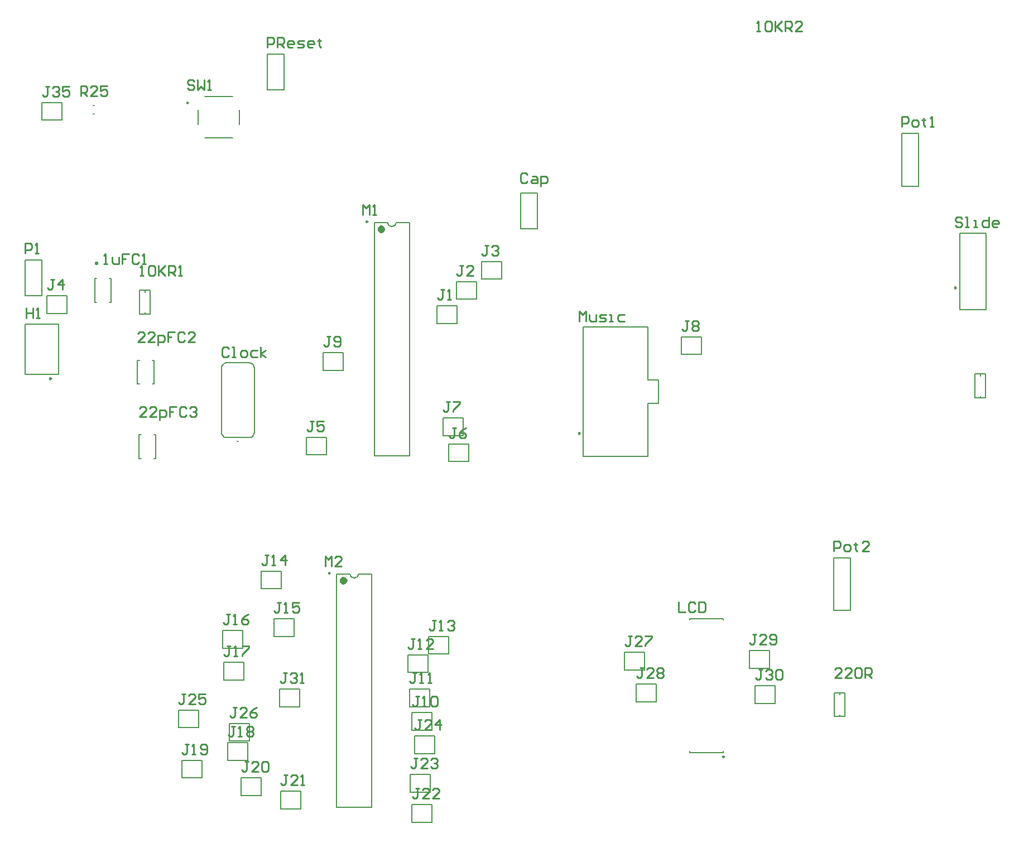
<source format=gto>
G04*
G04 #@! TF.GenerationSoftware,Altium Limited,Altium Designer,21.4.1 (30)*
G04*
G04 Layer_Color=65535*
%FSLAX25Y25*%
%MOIN*%
G70*
G04*
G04 #@! TF.SameCoordinates,DDA1B4C3-BA79-4B98-AE68-5F17814B577F*
G04*
G04*
G04 #@! TF.FilePolarity,Positive*
G04*
G01*
G75*
%ADD10C,0.00984*%
%ADD11C,0.00787*%
%ADD12C,0.02362*%
%ADD13C,0.00700*%
%ADD14C,0.01000*%
D10*
X139311Y434760D02*
X138573Y435186D01*
Y434334D01*
X139311Y434760D01*
X598059Y324158D02*
X597321Y324584D01*
Y323731D01*
X598059Y324158D01*
X373354Y237197D02*
X372616Y237623D01*
Y236771D01*
X373354Y237197D01*
X223992Y153618D02*
X223254Y154044D01*
Y153192D01*
X223992Y153618D01*
X246492Y363618D02*
X245754Y364044D01*
Y363192D01*
X246492Y363618D01*
X459492Y44000D02*
X458754Y44426D01*
Y43574D01*
X459492Y44000D01*
X57492Y269941D02*
X56754Y270367D01*
Y269515D01*
X57492Y269941D01*
D11*
X236000Y153185D02*
X236190Y152228D01*
X236732Y151417D01*
X237543Y150875D01*
X238500Y150685D01*
X239457Y150875D01*
X240268Y151417D01*
X240810Y152228D01*
X241000Y153185D01*
X258500Y363185D02*
X258690Y362228D01*
X259232Y361417D01*
X260043Y360875D01*
X261000Y360685D01*
X261957Y360875D01*
X262768Y361417D01*
X263310Y362228D01*
X263500Y363185D01*
X162406Y279236D02*
X161402Y279077D01*
X160496Y278616D01*
X159778Y277897D01*
X159317Y276992D01*
X159158Y275988D01*
X178842D02*
X178683Y276992D01*
X178222Y277897D01*
X177504Y278616D01*
X176598Y279077D01*
X175594Y279236D01*
X175594Y234551D02*
X176598Y234710D01*
X177504Y235172D01*
X178222Y235890D01*
X178683Y236795D01*
X178842Y237799D01*
X159158Y237799D02*
X159316Y236795D01*
X159778Y235890D01*
X160496Y235172D01*
X161402Y234710D01*
X162406Y234551D01*
X609350Y258413D02*
Y272587D01*
X615650D01*
Y258413D02*
Y272587D01*
X609350Y258413D02*
X615650D01*
X612500D02*
Y259496D01*
Y271504D02*
Y272587D01*
X51996Y424244D02*
Y434756D01*
Y424244D02*
X64004D01*
Y434756D01*
X51996D02*
X64004D01*
X82714Y428039D02*
X83286D01*
X82714Y432961D02*
X83286D01*
X149213Y438382D02*
X165787D01*
X169882Y421650D02*
Y430350D01*
X149213Y413618D02*
X165787D01*
X145118Y421650D02*
Y430350D01*
X600126Y311165D02*
Y356835D01*
X615874D01*
Y311165D02*
Y356835D01*
X600126Y311165D02*
X615874D01*
X186500Y463748D02*
X196500D01*
Y442252D02*
Y463748D01*
X186500Y442252D02*
X196500D01*
X186500D02*
Y463748D01*
X525000Y131252D02*
Y162748D01*
Y131252D02*
X535000D01*
Y162748D01*
X525000D02*
X535000D01*
X565500Y384752D02*
Y416248D01*
Y384752D02*
X575500D01*
Y416248D01*
X565500D02*
X575500D01*
X42000Y340748D02*
X52000D01*
Y319252D02*
Y340748D01*
X42000Y319252D02*
X52000D01*
X42000D02*
Y340748D01*
X414004Y254913D02*
X420303D01*
X414004Y223417D02*
Y254913D01*
Y269087D02*
Y300583D01*
Y269087D02*
X420303D01*
Y254913D02*
Y269087D01*
X375421Y223417D02*
X414004D01*
X375421Y300583D02*
X414004D01*
X375421Y223417D02*
Y300583D01*
X228067Y13815D02*
Y153185D01*
X248933Y13815D02*
Y153185D01*
X228067D02*
X236000D01*
X241000D02*
X248933D01*
X228067Y13815D02*
X248933D01*
X250567Y223815D02*
X271433D01*
X263500Y363185D02*
X271433D01*
X250567D02*
X258500D01*
X271433Y223815D02*
Y363185D01*
X250567Y223815D02*
Y363185D01*
X439000Y126500D02*
X459000D01*
Y125575D02*
Y126500D01*
X439000Y125575D02*
Y126500D01*
Y46500D02*
Y47425D01*
X459000Y46500D02*
Y47425D01*
X439000Y46500D02*
X459000D01*
X193996Y84256D02*
X206004D01*
Y73744D02*
Y84256D01*
X193996Y73744D02*
X206004D01*
X193996D02*
Y84256D01*
X477996Y86256D02*
X490004D01*
Y75744D02*
Y86256D01*
X477996Y75744D02*
X490004D01*
X477996D02*
Y86256D01*
X474496Y107256D02*
X486504D01*
Y96744D02*
Y107256D01*
X474496Y96744D02*
X486504D01*
X474496D02*
Y107256D01*
X406996Y87256D02*
X419004D01*
Y76744D02*
Y87256D01*
X406996Y76744D02*
X419004D01*
X406996D02*
Y87256D01*
X399996Y106256D02*
X412004D01*
Y95744D02*
Y106256D01*
X399996Y95744D02*
X412004D01*
X399996D02*
Y106256D01*
X163996Y63756D02*
X176004D01*
Y53244D02*
Y63756D01*
X163996Y53244D02*
X176004D01*
X163996D02*
Y63756D01*
X133496Y71756D02*
X145504D01*
Y61244D02*
Y71756D01*
X133496Y61244D02*
X145504D01*
X133496D02*
Y71756D01*
X274496Y56256D02*
X286504D01*
Y45744D02*
Y56256D01*
X274496Y45744D02*
X286504D01*
X274496D02*
Y56256D01*
X271996Y33256D02*
X284004D01*
Y22744D02*
Y33256D01*
X271996Y22744D02*
X284004D01*
X271996D02*
Y33256D01*
X272996Y15256D02*
X285004D01*
Y4744D02*
Y15256D01*
X272996Y4744D02*
X285004D01*
X272996D02*
Y15256D01*
X194496Y23256D02*
X206504D01*
Y12744D02*
Y23256D01*
X194496Y12744D02*
X206504D01*
X194496D02*
Y23256D01*
X170996Y31256D02*
X183004D01*
Y20744D02*
Y31256D01*
X170996Y20744D02*
X183004D01*
X170996D02*
Y31256D01*
X135496Y41756D02*
X147504D01*
Y31244D02*
Y41756D01*
X135496Y31244D02*
X147504D01*
X135496D02*
Y41756D01*
X162996Y52256D02*
X175004D01*
Y41744D02*
Y52256D01*
X162996Y41744D02*
X175004D01*
X162996D02*
Y52256D01*
X160496Y100256D02*
X172504D01*
Y89744D02*
Y100256D01*
X160496Y89744D02*
X172504D01*
X160496D02*
Y100256D01*
X159996Y119256D02*
X172004D01*
Y108744D02*
Y119256D01*
X159996Y108744D02*
X172004D01*
X159996D02*
Y119256D01*
X190496Y126256D02*
X202504D01*
Y115744D02*
Y126256D01*
X190496Y115744D02*
X202504D01*
X190496D02*
Y126256D01*
X182996Y154756D02*
X195004D01*
Y144244D02*
Y154756D01*
X182996Y144244D02*
X195004D01*
X182996D02*
Y154756D01*
X282996Y115756D02*
X295004D01*
Y105244D02*
Y115756D01*
X282996Y105244D02*
X295004D01*
X282996D02*
Y115756D01*
X270496Y104756D02*
X282504D01*
Y94244D02*
Y104756D01*
X270496Y94244D02*
X282504D01*
X270496D02*
Y104756D01*
X271496Y84256D02*
X283504D01*
Y73744D02*
Y84256D01*
X271496Y73744D02*
X283504D01*
X271496D02*
Y84256D01*
X272996Y70256D02*
X285004D01*
Y59744D02*
Y70256D01*
X272996Y59744D02*
X285004D01*
X272996D02*
Y70256D01*
X219996Y285256D02*
X232004D01*
Y274744D02*
Y285256D01*
X219996Y274744D02*
X232004D01*
X219996D02*
Y285256D01*
X433996Y294756D02*
X446004D01*
Y284244D02*
Y294756D01*
X433996Y284244D02*
X446004D01*
X433996D02*
Y294756D01*
X291496Y246256D02*
X303504D01*
Y235744D02*
Y246256D01*
X291496Y235744D02*
X303504D01*
X291496D02*
Y246256D01*
X294996Y230756D02*
X307004D01*
Y220244D02*
Y230756D01*
X294996Y220244D02*
X307004D01*
X294996D02*
Y230756D01*
X209996Y234756D02*
X222004D01*
Y224244D02*
Y234756D01*
X209996Y224244D02*
X222004D01*
X209996D02*
Y234756D01*
X54996Y319256D02*
X67004D01*
Y308744D02*
Y319256D01*
X54996Y308744D02*
X67004D01*
X54996D02*
Y319256D01*
X314496Y339756D02*
X326504D01*
Y329244D02*
Y339756D01*
X314496Y329244D02*
X326504D01*
X314496D02*
Y339756D01*
X299496Y327756D02*
X311504D01*
Y317244D02*
Y327756D01*
X299496Y317244D02*
X311504D01*
X299496D02*
Y327756D01*
X287996Y313256D02*
X300004D01*
Y302744D02*
Y313256D01*
X287996Y302744D02*
X300004D01*
X287996D02*
Y313256D01*
X42000Y302500D02*
X62000D01*
Y272500D02*
Y302500D01*
X42000Y272500D02*
X62000D01*
X42000D02*
Y302500D01*
X162406Y279236D02*
X175594D01*
X178842Y237799D02*
Y275988D01*
X159158Y237799D02*
Y275988D01*
X162406Y234551D02*
X175594D01*
X338000Y359252D02*
X348000D01*
X338000D02*
Y380748D01*
X348000D01*
Y359252D02*
Y380748D01*
X525350Y67913D02*
Y82087D01*
X531650D01*
Y67913D02*
Y82087D01*
X525350Y67913D02*
X531650D01*
X528500D02*
Y68996D01*
Y81004D02*
Y82087D01*
X110079Y222071D02*
Y236244D01*
X118839D02*
X119921D01*
X110079D02*
X111161D01*
X119921Y222071D02*
Y236244D01*
X118839Y222071D02*
X119921D01*
X110079D02*
X111161D01*
X109079Y266571D02*
Y280744D01*
X117839D02*
X118921D01*
X109079D02*
X110161D01*
X118921Y266571D02*
Y280744D01*
X117839Y266571D02*
X118921D01*
X109079D02*
X110161D01*
X110350Y308413D02*
Y322587D01*
X116650D01*
Y308413D02*
Y322587D01*
X110350Y308413D02*
X116650D01*
X113500D02*
Y309496D01*
Y321504D02*
Y322587D01*
X83579Y315413D02*
Y329587D01*
X92339D02*
X93421D01*
X83579D02*
X84661D01*
X93421Y315413D02*
Y329587D01*
X92339Y315413D02*
X93421D01*
X83579D02*
X84661D01*
D12*
X233185Y149248D02*
X232740Y150171D01*
X231741Y150399D01*
X230940Y149760D01*
Y148736D01*
X231741Y148097D01*
X232740Y148325D01*
X233185Y149248D01*
X255685Y359248D02*
X255240Y360172D01*
X254241Y360400D01*
X253440Y359760D01*
Y358736D01*
X254241Y358097D01*
X255240Y358325D01*
X255685Y359248D01*
D13*
X169350Y232276D02*
X168650D01*
X169350D01*
D14*
X75100Y438800D02*
Y444798D01*
X78099D01*
X79099Y443798D01*
Y441799D01*
X78099Y440799D01*
X75100D01*
X77099D02*
X79099Y438800D01*
X85097D02*
X81098D01*
X85097Y442799D01*
Y443798D01*
X84097Y444798D01*
X82098D01*
X81098Y443798D01*
X91095Y444798D02*
X87096D01*
Y441799D01*
X89095Y442799D01*
X90095D01*
X91095Y441799D01*
Y439800D01*
X90095Y438800D01*
X88096D01*
X87096Y439800D01*
X56199Y444498D02*
X54199D01*
X55199D01*
Y439500D01*
X54199Y438500D01*
X53200D01*
X52200Y439500D01*
X58198Y443498D02*
X59198Y444498D01*
X61197D01*
X62197Y443498D01*
Y442499D01*
X61197Y441499D01*
X60197D01*
X61197D01*
X62197Y440499D01*
Y439500D01*
X61197Y438500D01*
X59198D01*
X58198Y439500D01*
X68195Y444498D02*
X64196D01*
Y441499D01*
X66195Y442499D01*
X67195D01*
X68195Y441499D01*
Y439500D01*
X67195Y438500D01*
X65196D01*
X64196Y439500D01*
X142799Y447198D02*
X141799Y448198D01*
X139800D01*
X138800Y447198D01*
Y446199D01*
X139800Y445199D01*
X141799D01*
X142799Y444199D01*
Y443200D01*
X141799Y442200D01*
X139800D01*
X138800Y443200D01*
X144798Y448198D02*
Y442200D01*
X146797Y444199D01*
X148797Y442200D01*
Y448198D01*
X150796Y442200D02*
X152796D01*
X151796D01*
Y448198D01*
X150796Y447198D01*
X601599Y365298D02*
X600599Y366298D01*
X598600D01*
X597600Y365298D01*
Y364299D01*
X598600Y363299D01*
X600599D01*
X601599Y362299D01*
Y361300D01*
X600599Y360300D01*
X598600D01*
X597600Y361300D01*
X603598Y360300D02*
X605597D01*
X604598D01*
Y366298D01*
X603598D01*
X608596Y360300D02*
X610596D01*
X609596D01*
Y364299D01*
X608596D01*
X617593Y366298D02*
Y360300D01*
X614595D01*
X613595Y361300D01*
Y363299D01*
X614595Y364299D01*
X617593D01*
X622592Y360300D02*
X620593D01*
X619593Y361300D01*
Y363299D01*
X620593Y364299D01*
X622592D01*
X623592Y363299D01*
Y362299D01*
X619593D01*
X186500Y467700D02*
Y473698D01*
X189499D01*
X190499Y472698D01*
Y470699D01*
X189499Y469699D01*
X186500D01*
X192498Y467700D02*
Y473698D01*
X195497D01*
X196497Y472698D01*
Y470699D01*
X195497Y469699D01*
X192498D01*
X194497D02*
X196497Y467700D01*
X201495D02*
X199496D01*
X198496Y468700D01*
Y470699D01*
X199496Y471699D01*
X201495D01*
X202495Y470699D01*
Y469699D01*
X198496D01*
X204494Y467700D02*
X207493D01*
X208493Y468700D01*
X207493Y469699D01*
X205494D01*
X204494Y470699D01*
X205494Y471699D01*
X208493D01*
X213491Y467700D02*
X211492D01*
X210492Y468700D01*
Y470699D01*
X211492Y471699D01*
X213491D01*
X214491Y470699D01*
Y469699D01*
X210492D01*
X217490Y472698D02*
Y471699D01*
X216490D01*
X218490D01*
X217490D01*
Y468700D01*
X218490Y467700D01*
X525000Y166700D02*
Y172698D01*
X527999D01*
X528999Y171698D01*
Y169699D01*
X527999Y168699D01*
X525000D01*
X531998Y166700D02*
X533997D01*
X534997Y167700D01*
Y169699D01*
X533997Y170699D01*
X531998D01*
X530998Y169699D01*
Y167700D01*
X531998Y166700D01*
X537996Y171698D02*
Y170699D01*
X536996D01*
X538996D01*
X537996D01*
Y167700D01*
X538996Y166700D01*
X545993D02*
X541994D01*
X545993Y170699D01*
Y171698D01*
X544993Y172698D01*
X542994D01*
X541994Y171698D01*
X565500Y420200D02*
Y426198D01*
X568499D01*
X569499Y425198D01*
Y423199D01*
X568499Y422199D01*
X565500D01*
X572498Y420200D02*
X574497D01*
X575497Y421200D01*
Y423199D01*
X574497Y424199D01*
X572498D01*
X571498Y423199D01*
Y421200D01*
X572498Y420200D01*
X578496Y425198D02*
Y424199D01*
X577496D01*
X579495D01*
X578496D01*
Y421200D01*
X579495Y420200D01*
X582494D02*
X584494D01*
X583494D01*
Y426198D01*
X582494Y425198D01*
X42000Y344700D02*
Y350698D01*
X44999D01*
X45999Y349698D01*
Y347699D01*
X44999Y346699D01*
X42000D01*
X47998Y344700D02*
X49997D01*
X48998D01*
Y350698D01*
X47998Y349698D01*
X372900Y304100D02*
Y310098D01*
X374899Y308099D01*
X376899Y310098D01*
Y304100D01*
X378898Y308099D02*
Y305100D01*
X379898Y304100D01*
X382897D01*
Y308099D01*
X384896Y304100D02*
X387895D01*
X388895Y305100D01*
X387895Y306099D01*
X385896D01*
X384896Y307099D01*
X385896Y308099D01*
X388895D01*
X390894Y304100D02*
X392894D01*
X391894D01*
Y308099D01*
X390894D01*
X399891D02*
X396892D01*
X395893Y307099D01*
Y305100D01*
X396892Y304100D01*
X399891D01*
X221100Y157600D02*
Y163598D01*
X223099Y161599D01*
X225099Y163598D01*
Y157600D01*
X231097D02*
X227098D01*
X231097Y161599D01*
Y162598D01*
X230097Y163598D01*
X228098D01*
X227098Y162598D01*
X243600Y367600D02*
Y373598D01*
X245599Y371599D01*
X247599Y373598D01*
Y367600D01*
X249598D02*
X251597D01*
X250598D01*
Y373598D01*
X249598Y372598D01*
X432400Y136498D02*
Y130500D01*
X436399D01*
X442397Y135498D02*
X441397Y136498D01*
X439398D01*
X438398Y135498D01*
Y131500D01*
X439398Y130500D01*
X441397D01*
X442397Y131500D01*
X444396Y136498D02*
Y130500D01*
X447395D01*
X448395Y131500D01*
Y135498D01*
X447395Y136498D01*
X444396D01*
X198199Y93998D02*
X196199D01*
X197199D01*
Y89000D01*
X196199Y88000D01*
X195200D01*
X194200Y89000D01*
X200198Y92998D02*
X201198Y93998D01*
X203197D01*
X204197Y92998D01*
Y91999D01*
X203197Y90999D01*
X202197D01*
X203197D01*
X204197Y89999D01*
Y89000D01*
X203197Y88000D01*
X201198D01*
X200198Y89000D01*
X206196Y88000D02*
X208195D01*
X207196D01*
Y93998D01*
X206196Y92998D01*
X482199Y95998D02*
X480199D01*
X481199D01*
Y91000D01*
X480199Y90000D01*
X479200D01*
X478200Y91000D01*
X484198Y94998D02*
X485198Y95998D01*
X487197D01*
X488197Y94998D01*
Y93999D01*
X487197Y92999D01*
X486197D01*
X487197D01*
X488197Y91999D01*
Y91000D01*
X487197Y90000D01*
X485198D01*
X484198Y91000D01*
X490196Y94998D02*
X491196Y95998D01*
X493195D01*
X494195Y94998D01*
Y91000D01*
X493195Y90000D01*
X491196D01*
X490196Y91000D01*
Y94998D01*
X478699Y116998D02*
X476699D01*
X477699D01*
Y112000D01*
X476699Y111000D01*
X475700D01*
X474700Y112000D01*
X484697Y111000D02*
X480698D01*
X484697Y114999D01*
Y115998D01*
X483697Y116998D01*
X481698D01*
X480698Y115998D01*
X486696Y112000D02*
X487696Y111000D01*
X489695D01*
X490695Y112000D01*
Y115998D01*
X489695Y116998D01*
X487696D01*
X486696Y115998D01*
Y114999D01*
X487696Y113999D01*
X490695D01*
X411199Y96998D02*
X409199D01*
X410199D01*
Y92000D01*
X409199Y91000D01*
X408200D01*
X407200Y92000D01*
X417197Y91000D02*
X413198D01*
X417197Y94999D01*
Y95998D01*
X416197Y96998D01*
X414198D01*
X413198Y95998D01*
X419196D02*
X420196Y96998D01*
X422195D01*
X423195Y95998D01*
Y94999D01*
X422195Y93999D01*
X423195Y92999D01*
Y92000D01*
X422195Y91000D01*
X420196D01*
X419196Y92000D01*
Y92999D01*
X420196Y93999D01*
X419196Y94999D01*
Y95998D01*
X420196Y93999D02*
X422195D01*
X404199Y115998D02*
X402199D01*
X403199D01*
Y111000D01*
X402199Y110000D01*
X401200D01*
X400200Y111000D01*
X410197Y110000D02*
X406198D01*
X410197Y113999D01*
Y114998D01*
X409197Y115998D01*
X407198D01*
X406198Y114998D01*
X412196Y115998D02*
X416195D01*
Y114998D01*
X412196Y111000D01*
Y110000D01*
X168199Y73498D02*
X166199D01*
X167199D01*
Y68500D01*
X166199Y67500D01*
X165200D01*
X164200Y68500D01*
X174197Y67500D02*
X170198D01*
X174197Y71499D01*
Y72498D01*
X173197Y73498D01*
X171198D01*
X170198Y72498D01*
X180195Y73498D02*
X178196Y72498D01*
X176196Y70499D01*
Y68500D01*
X177196Y67500D01*
X179195D01*
X180195Y68500D01*
Y69499D01*
X179195Y70499D01*
X176196D01*
X137699Y81498D02*
X135699D01*
X136699D01*
Y76500D01*
X135699Y75500D01*
X134700D01*
X133700Y76500D01*
X143697Y75500D02*
X139698D01*
X143697Y79499D01*
Y80498D01*
X142697Y81498D01*
X140698D01*
X139698Y80498D01*
X149695Y81498D02*
X145696D01*
Y78499D01*
X147696Y79499D01*
X148695D01*
X149695Y78499D01*
Y76500D01*
X148695Y75500D01*
X146696D01*
X145696Y76500D01*
X278699Y65998D02*
X276699D01*
X277699D01*
Y61000D01*
X276699Y60000D01*
X275700D01*
X274700Y61000D01*
X284697Y60000D02*
X280698D01*
X284697Y63999D01*
Y64998D01*
X283697Y65998D01*
X281698D01*
X280698Y64998D01*
X289695Y60000D02*
Y65998D01*
X286696Y62999D01*
X290695D01*
X276199Y42998D02*
X274199D01*
X275199D01*
Y38000D01*
X274199Y37000D01*
X273200D01*
X272200Y38000D01*
X282197Y37000D02*
X278198D01*
X282197Y40999D01*
Y41998D01*
X281197Y42998D01*
X279198D01*
X278198Y41998D01*
X284196D02*
X285196Y42998D01*
X287195D01*
X288195Y41998D01*
Y40999D01*
X287195Y39999D01*
X286195D01*
X287195D01*
X288195Y38999D01*
Y38000D01*
X287195Y37000D01*
X285196D01*
X284196Y38000D01*
X277199Y24998D02*
X275199D01*
X276199D01*
Y20000D01*
X275199Y19000D01*
X274200D01*
X273200Y20000D01*
X283197Y19000D02*
X279198D01*
X283197Y22999D01*
Y23998D01*
X282197Y24998D01*
X280198D01*
X279198Y23998D01*
X289195Y19000D02*
X285196D01*
X289195Y22999D01*
Y23998D01*
X288195Y24998D01*
X286196D01*
X285196Y23998D01*
X198699Y32998D02*
X196699D01*
X197699D01*
Y28000D01*
X196699Y27000D01*
X195700D01*
X194700Y28000D01*
X204697Y27000D02*
X200698D01*
X204697Y30999D01*
Y31998D01*
X203697Y32998D01*
X201698D01*
X200698Y31998D01*
X206696Y27000D02*
X208696D01*
X207696D01*
Y32998D01*
X206696Y31998D01*
X175199Y40998D02*
X173199D01*
X174199D01*
Y36000D01*
X173199Y35000D01*
X172200D01*
X171200Y36000D01*
X181197Y35000D02*
X177198D01*
X181197Y38999D01*
Y39998D01*
X180197Y40998D01*
X178198D01*
X177198Y39998D01*
X183196D02*
X184196Y40998D01*
X186195D01*
X187195Y39998D01*
Y36000D01*
X186195Y35000D01*
X184196D01*
X183196Y36000D01*
Y39998D01*
X139699Y51498D02*
X137699D01*
X138699D01*
Y46500D01*
X137699Y45500D01*
X136700D01*
X135700Y46500D01*
X141698Y45500D02*
X143697D01*
X142698D01*
Y51498D01*
X141698Y50498D01*
X146696Y46500D02*
X147696Y45500D01*
X149696D01*
X150695Y46500D01*
Y50498D01*
X149696Y51498D01*
X147696D01*
X146696Y50498D01*
Y49499D01*
X147696Y48499D01*
X150695D01*
X167199Y61998D02*
X165199D01*
X166199D01*
Y57000D01*
X165199Y56000D01*
X164200D01*
X163200Y57000D01*
X169198Y56000D02*
X171197D01*
X170198D01*
Y61998D01*
X169198Y60998D01*
X174196D02*
X175196Y61998D01*
X177196D01*
X178195Y60998D01*
Y59999D01*
X177196Y58999D01*
X178195Y57999D01*
Y57000D01*
X177196Y56000D01*
X175196D01*
X174196Y57000D01*
Y57999D01*
X175196Y58999D01*
X174196Y59999D01*
Y60998D01*
X175196Y58999D02*
X177196D01*
X164699Y109998D02*
X162699D01*
X163699D01*
Y105000D01*
X162699Y104000D01*
X161700D01*
X160700Y105000D01*
X166698Y104000D02*
X168697D01*
X167698D01*
Y109998D01*
X166698Y108998D01*
X171696Y109998D02*
X175695D01*
Y108998D01*
X171696Y105000D01*
Y104000D01*
X164199Y128998D02*
X162199D01*
X163199D01*
Y124000D01*
X162199Y123000D01*
X161200D01*
X160200Y124000D01*
X166198Y123000D02*
X168197D01*
X167198D01*
Y128998D01*
X166198Y127998D01*
X175195Y128998D02*
X173196Y127998D01*
X171196Y125999D01*
Y124000D01*
X172196Y123000D01*
X174196D01*
X175195Y124000D01*
Y124999D01*
X174196Y125999D01*
X171196D01*
X194699Y135998D02*
X192699D01*
X193699D01*
Y131000D01*
X192699Y130000D01*
X191700D01*
X190700Y131000D01*
X196698Y130000D02*
X198697D01*
X197698D01*
Y135998D01*
X196698Y134998D01*
X205695Y135998D02*
X201696D01*
Y132999D01*
X203696Y133999D01*
X204696D01*
X205695Y132999D01*
Y131000D01*
X204696Y130000D01*
X202696D01*
X201696Y131000D01*
X187199Y164498D02*
X185199D01*
X186199D01*
Y159500D01*
X185199Y158500D01*
X184200D01*
X183200Y159500D01*
X189198Y158500D02*
X191197D01*
X190198D01*
Y164498D01*
X189198Y163498D01*
X197195Y158500D02*
Y164498D01*
X194196Y161499D01*
X198195D01*
X287199Y125498D02*
X285199D01*
X286199D01*
Y120500D01*
X285199Y119500D01*
X284200D01*
X283200Y120500D01*
X289198Y119500D02*
X291197D01*
X290198D01*
Y125498D01*
X289198Y124498D01*
X294196D02*
X295196Y125498D01*
X297196D01*
X298195Y124498D01*
Y123499D01*
X297196Y122499D01*
X296196D01*
X297196D01*
X298195Y121499D01*
Y120500D01*
X297196Y119500D01*
X295196D01*
X294196Y120500D01*
X274699Y114498D02*
X272699D01*
X273699D01*
Y109500D01*
X272699Y108500D01*
X271700D01*
X270700Y109500D01*
X276698Y108500D02*
X278697D01*
X277698D01*
Y114498D01*
X276698Y113498D01*
X285695Y108500D02*
X281696D01*
X285695Y112499D01*
Y113498D01*
X284696Y114498D01*
X282696D01*
X281696Y113498D01*
X275699Y93998D02*
X273699D01*
X274699D01*
Y89000D01*
X273699Y88000D01*
X272700D01*
X271700Y89000D01*
X277698Y88000D02*
X279697D01*
X278698D01*
Y93998D01*
X277698Y92998D01*
X282696Y88000D02*
X284696D01*
X283696D01*
Y93998D01*
X282696Y92998D01*
X277199Y79998D02*
X275199D01*
X276199D01*
Y75000D01*
X275199Y74000D01*
X274200D01*
X273200Y75000D01*
X279198Y74000D02*
X281197D01*
X280198D01*
Y79998D01*
X279198Y78998D01*
X284196D02*
X285196Y79998D01*
X287195D01*
X288195Y78998D01*
Y75000D01*
X287195Y74000D01*
X285196D01*
X284196Y75000D01*
Y78998D01*
X224199Y294998D02*
X222199D01*
X223199D01*
Y290000D01*
X222199Y289000D01*
X221200D01*
X220200Y290000D01*
X226198D02*
X227198Y289000D01*
X229197D01*
X230197Y290000D01*
Y293998D01*
X229197Y294998D01*
X227198D01*
X226198Y293998D01*
Y292999D01*
X227198Y291999D01*
X230197D01*
X438199Y304498D02*
X436199D01*
X437199D01*
Y299500D01*
X436199Y298500D01*
X435200D01*
X434200Y299500D01*
X440198Y303498D02*
X441198Y304498D01*
X443197D01*
X444197Y303498D01*
Y302499D01*
X443197Y301499D01*
X444197Y300499D01*
Y299500D01*
X443197Y298500D01*
X441198D01*
X440198Y299500D01*
Y300499D01*
X441198Y301499D01*
X440198Y302499D01*
Y303498D01*
X441198Y301499D02*
X443197D01*
X295699Y255998D02*
X293699D01*
X294699D01*
Y251000D01*
X293699Y250000D01*
X292700D01*
X291700Y251000D01*
X297698Y255998D02*
X301697D01*
Y254998D01*
X297698Y251000D01*
Y250000D01*
X299199Y240498D02*
X297199D01*
X298199D01*
Y235500D01*
X297199Y234500D01*
X296200D01*
X295200Y235500D01*
X305197Y240498D02*
X303197Y239498D01*
X301198Y237499D01*
Y235500D01*
X302198Y234500D01*
X304197D01*
X305197Y235500D01*
Y236499D01*
X304197Y237499D01*
X301198D01*
X214199Y244498D02*
X212199D01*
X213199D01*
Y239500D01*
X212199Y238500D01*
X211200D01*
X210200Y239500D01*
X220197Y244498D02*
X216198D01*
Y241499D01*
X218197Y242499D01*
X219197D01*
X220197Y241499D01*
Y239500D01*
X219197Y238500D01*
X217198D01*
X216198Y239500D01*
X59199Y328998D02*
X57199D01*
X58199D01*
Y324000D01*
X57199Y323000D01*
X56200D01*
X55200Y324000D01*
X64197Y323000D02*
Y328998D01*
X61198Y325999D01*
X65197D01*
X318699Y349498D02*
X316699D01*
X317699D01*
Y344500D01*
X316699Y343500D01*
X315700D01*
X314700Y344500D01*
X320698Y348498D02*
X321698Y349498D01*
X323697D01*
X324697Y348498D01*
Y347499D01*
X323697Y346499D01*
X322697D01*
X323697D01*
X324697Y345499D01*
Y344500D01*
X323697Y343500D01*
X321698D01*
X320698Y344500D01*
X303699Y337498D02*
X301699D01*
X302699D01*
Y332500D01*
X301699Y331500D01*
X300700D01*
X299700Y332500D01*
X309697Y331500D02*
X305698D01*
X309697Y335499D01*
Y336498D01*
X308697Y337498D01*
X306698D01*
X305698Y336498D01*
X292199Y322998D02*
X290199D01*
X291199D01*
Y318000D01*
X290199Y317000D01*
X289200D01*
X288200Y318000D01*
X294198Y317000D02*
X296197D01*
X295198D01*
Y322998D01*
X294198Y321998D01*
X42500Y311998D02*
Y306000D01*
Y308999D01*
X46499D01*
Y311998D01*
Y306000D01*
X48498D02*
X50497D01*
X49498D01*
Y311998D01*
X48498Y310998D01*
X163699Y287698D02*
X162699Y288698D01*
X160700D01*
X159700Y287698D01*
Y283700D01*
X160700Y282700D01*
X162699D01*
X163699Y283700D01*
X165698Y282700D02*
X167697D01*
X166698D01*
Y288698D01*
X165698D01*
X171696Y282700D02*
X173696D01*
X174695Y283700D01*
Y285699D01*
X173696Y286699D01*
X171696D01*
X170696Y285699D01*
Y283700D01*
X171696Y282700D01*
X180693Y286699D02*
X177694D01*
X176695Y285699D01*
Y283700D01*
X177694Y282700D01*
X180693D01*
X182693D02*
Y288698D01*
Y284699D02*
X185692Y286699D01*
X182693Y284699D02*
X185692Y282700D01*
X341999Y391698D02*
X340999Y392698D01*
X339000D01*
X338000Y391698D01*
Y387700D01*
X339000Y386700D01*
X340999D01*
X341999Y387700D01*
X344998Y390699D02*
X346997D01*
X347997Y389699D01*
Y386700D01*
X344998D01*
X343998Y387700D01*
X344998Y388699D01*
X347997D01*
X349996Y384701D02*
Y390699D01*
X352995D01*
X353995Y389699D01*
Y387700D01*
X352995Y386700D01*
X349996D01*
X529599Y90900D02*
X525600D01*
X529599Y94899D01*
Y95898D01*
X528599Y96898D01*
X526600D01*
X525600Y95898D01*
X535597Y90900D02*
X531598D01*
X535597Y94899D01*
Y95898D01*
X534597Y96898D01*
X532598D01*
X531598Y95898D01*
X537596D02*
X538596Y96898D01*
X540595D01*
X541595Y95898D01*
Y91900D01*
X540595Y90900D01*
X538596D01*
X537596Y91900D01*
Y95898D01*
X543594Y90900D02*
Y96898D01*
X546593D01*
X547593Y95898D01*
Y93899D01*
X546593Y92899D01*
X543594D01*
X545594D02*
X547593Y90900D01*
X114299Y247100D02*
X110300D01*
X114299Y251099D01*
Y252098D01*
X113299Y253098D01*
X111300D01*
X110300Y252098D01*
X120297Y247100D02*
X116298D01*
X120297Y251099D01*
Y252098D01*
X119297Y253098D01*
X117298D01*
X116298Y252098D01*
X122296Y245101D02*
Y251099D01*
X125295D01*
X126295Y250099D01*
Y248100D01*
X125295Y247100D01*
X122296D01*
X132293Y253098D02*
X128294D01*
Y250099D01*
X130294D01*
X128294D01*
Y247100D01*
X138291Y252098D02*
X137291Y253098D01*
X135292D01*
X134292Y252098D01*
Y248100D01*
X135292Y247100D01*
X137291D01*
X138291Y248100D01*
X140290Y252098D02*
X141290Y253098D01*
X143289D01*
X144289Y252098D01*
Y251099D01*
X143289Y250099D01*
X142290D01*
X143289D01*
X144289Y249099D01*
Y248100D01*
X143289Y247100D01*
X141290D01*
X140290Y248100D01*
X113299Y291600D02*
X109300D01*
X113299Y295599D01*
Y296598D01*
X112299Y297598D01*
X110300D01*
X109300Y296598D01*
X119297Y291600D02*
X115298D01*
X119297Y295599D01*
Y296598D01*
X118297Y297598D01*
X116298D01*
X115298Y296598D01*
X121296Y289601D02*
Y295599D01*
X124295D01*
X125295Y294599D01*
Y292600D01*
X124295Y291600D01*
X121296D01*
X131293Y297598D02*
X127294D01*
Y294599D01*
X129294D01*
X127294D01*
Y291600D01*
X137291Y296598D02*
X136291Y297598D01*
X134292D01*
X133292Y296598D01*
Y292600D01*
X134292Y291600D01*
X136291D01*
X137291Y292600D01*
X143289Y291600D02*
X139290D01*
X143289Y295599D01*
Y296598D01*
X142289Y297598D01*
X140290D01*
X139290Y296598D01*
X479004Y477501D02*
X481004D01*
X480004D01*
Y483499D01*
X479004Y482499D01*
X484003D02*
X485002Y483499D01*
X487002D01*
X488001Y482499D01*
Y478501D01*
X487002Y477501D01*
X485002D01*
X484003Y478501D01*
Y482499D01*
X490001Y483499D02*
Y477501D01*
Y479500D01*
X493999Y483499D01*
X491001Y480500D01*
X493999Y477501D01*
X495999D02*
Y483499D01*
X498998D01*
X499998Y482499D01*
Y480500D01*
X498998Y479500D01*
X495999D01*
X497998D02*
X499998Y477501D01*
X505996D02*
X501997D01*
X505996Y481500D01*
Y482499D01*
X504996Y483499D01*
X502997D01*
X501997Y482499D01*
X110600Y331400D02*
X112599D01*
X111600D01*
Y337398D01*
X110600Y336398D01*
X115598D02*
X116598Y337398D01*
X118597D01*
X119597Y336398D01*
Y332400D01*
X118597Y331400D01*
X116598D01*
X115598Y332400D01*
Y336398D01*
X121596Y337398D02*
Y331400D01*
Y333399D01*
X125595Y337398D01*
X122596Y334399D01*
X125595Y331400D01*
X127594D02*
Y337398D01*
X130594D01*
X131593Y336398D01*
Y334399D01*
X130594Y333399D01*
X127594D01*
X129594D02*
X131593Y331400D01*
X133593D02*
X135592D01*
X134592D01*
Y337398D01*
X133593Y336398D01*
X83800Y338500D02*
Y339500D01*
X84800D01*
Y338500D01*
X83800D01*
X88798D02*
X90798D01*
X89798D01*
Y344498D01*
X88798Y343498D01*
X93797Y342499D02*
Y339500D01*
X94796Y338500D01*
X97795D01*
Y342499D01*
X103794Y344498D02*
X99795D01*
Y341499D01*
X101794D01*
X99795D01*
Y338500D01*
X109792Y343498D02*
X108792Y344498D01*
X106793D01*
X105793Y343498D01*
Y339500D01*
X106793Y338500D01*
X108792D01*
X109792Y339500D01*
X111791Y338500D02*
X113790D01*
X112791D01*
Y344498D01*
X111791Y343498D01*
M02*

</source>
